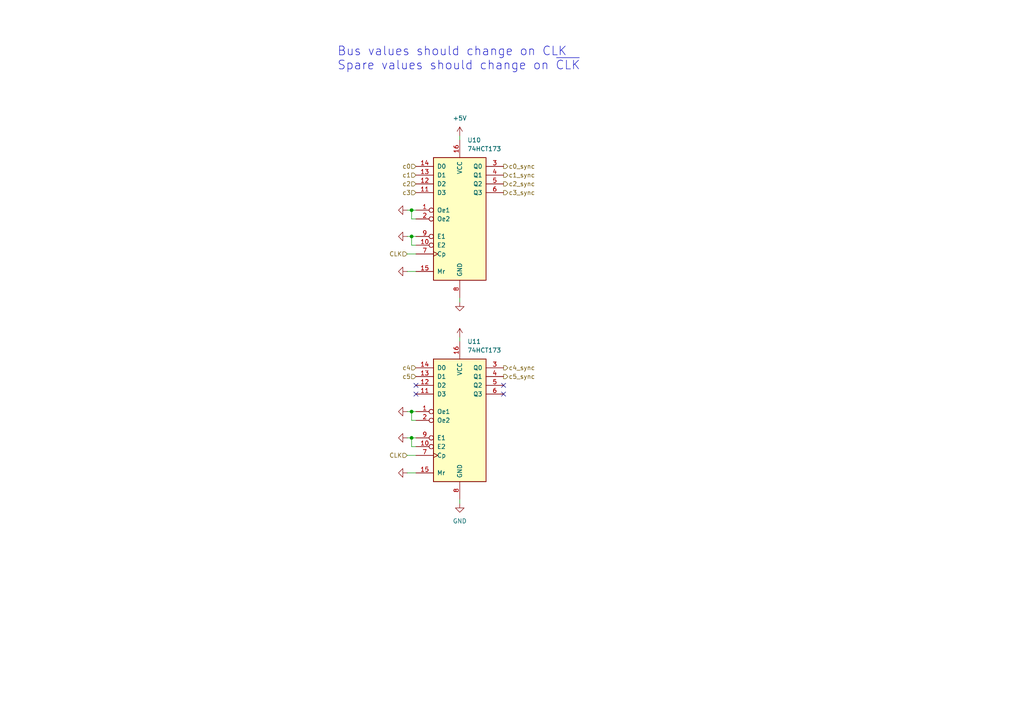
<source format=kicad_sch>
(kicad_sch (version 20231120) (generator "eeschema") (generator_version "8.0")
  (paper "A4")
  (lib_symbols
    (symbol "74xx:74HCT173" (pin_names (offset 1.016))
      (property "Reference" "U" (at -7.62 19.05 0))
      (property "Value" "74HCT173" (at -7.62 -19.05 0))
      (symbol "74HCT173_1_0"
        (pin input inverted (at -12.7 2.54 0) (length 5.08) (name "Oe1") (number "1"))
        (pin input inverted (at -12.7 -7.62 0) (length 5.08) (name "E2") (number "10"))
        (pin input line (at -12.7 7.62 0) (length 5.08) (name "D3") (number "11"))
        (pin input line (at -12.7 10.16 0) (length 5.08) (name "D2") (number "12"))
        (pin input line (at -12.7 12.7 0) (length 5.08) (name "D1") (number "13"))
        (pin input line (at -12.7 15.24 0) (length 5.08) (name "D0") (number "14"))
        (pin input line (at -12.7 -15.24 0) (length 5.08) (name "Mr") (number "15"))
        (pin power_in line (at 0 22.86 270) (length 5.08) (name "VCC") (number "16"))
        (pin input inverted (at -12.7 0 0) (length 5.08) (name "Oe2") (number "2"))
        (pin tri_state line (at 12.7 15.24 180) (length 5.08) (name "Q0") (number "3"))
        (pin tri_state line (at 12.7 12.7 180) (length 5.08) (name "Q1") (number "4"))
        (pin tri_state line (at 12.7 10.16 180) (length 5.08) (name "Q2") (number "5"))
        (pin tri_state line (at 12.7 7.62 180) (length 5.08) (name "Q3") (number "6"))
        (pin input clock (at -12.7 -10.16 0) (length 5.08) (name "Cp") (number "7"))
        (pin power_in line (at 0 -22.86 90) (length 5.08) (name "GND") (number "8"))
        (pin input inverted (at -12.7 -5.08 0) (length 5.08) (name "E1") (number "9"))
      )
      (symbol "74HCT173_1_1"
        (rectangle (start -7.62 17.78) (end 7.62 -17.78) (stroke (width 0.254)) (fill (type background)))
      )
    )
    (symbol "power:+5V" (power) (pin_numbers hide) (pin_names (offset 0) hide)
      (property "Value" "+5V" (at 0 3.556 0))
      (symbol "+5V_0_1"
        (polyline (pts (xy -0.762 1.27) (xy 0 2.54)))
        (polyline (pts (xy 0 0) (xy 0 2.54)))
        (polyline (pts (xy 0 2.54) (xy 0.762 1.27)))
      )
      (symbol "+5V_1_1"
        (pin power_in line (at 0 0 90) (length 0) (name "~") (number "1"))
      )
    )
    (symbol "power:GND" (power) (pin_numbers hide) (pin_names (offset 0) hide)
      (property "Value" "GND" (at 0 -3.81 0))
      (symbol "GND_0_1"
        (polyline (pts (xy 0 0) (xy 0 -1.27) (xy 1.27 -1.27) (xy 0 -2.54) (xy -1.27 -1.27) (xy 0 -1.27)))
      )
      (symbol "GND_1_1"
        (pin power_in line (at 0 0 270) (length 0) (name "~") (number "1"))
      )
    )
  )
  (junction (at 119.38 60.96))
  (junction (at 119.38 119.38))
  (junction (at 119.38 68.58))
  (junction (at 119.38 127))
  (no_connect (at 146.05 114.3))
  (no_connect (at 120.65 114.3))
  (no_connect (at 146.05 111.76))
  (no_connect (at 120.65 111.76))
  (wire (pts (xy 118.11 132.08) (xy 120.65 132.08)))
  (wire (pts (xy 118.11 78.74) (xy 120.65 78.74)))
  (wire (pts (xy 118.11 137.16) (xy 120.65 137.16)))
  (wire (pts (xy 119.38 63.5) (xy 119.38 60.96)))
  (wire (pts (xy 119.38 119.38) (xy 120.65 119.38)))
  (wire (pts (xy 133.35 86.36) (xy 133.35 87.63)))
  (wire (pts (xy 118.11 119.38) (xy 119.38 119.38)))
  (wire (pts (xy 118.11 73.66) (xy 120.65 73.66)))
  (wire (pts (xy 133.35 39.37) (xy 133.35 40.64)))
  (wire (pts (xy 120.65 71.12) (xy 119.38 71.12)))
  (wire (pts (xy 119.38 121.92) (xy 119.38 119.38)))
  (wire (pts (xy 120.65 121.92) (xy 119.38 121.92)))
  (wire (pts (xy 119.38 127) (xy 120.65 127)))
  (wire (pts (xy 119.38 68.58) (xy 119.38 71.12)))
  (wire (pts (xy 120.65 63.5) (xy 119.38 63.5)))
  (wire (pts (xy 118.11 60.96) (xy 119.38 60.96)))
  (wire (pts (xy 133.35 97.79) (xy 133.35 99.06)))
  (wire (pts (xy 118.11 127) (xy 119.38 127)))
  (wire (pts (xy 119.38 68.58) (xy 120.65 68.58)))
  (wire (pts (xy 118.11 68.58) (xy 119.38 68.58)))
  (wire (pts (xy 119.38 60.96) (xy 120.65 60.96)))
  (wire (pts (xy 133.35 144.78) (xy 133.35 146.05)))
  (wire (pts (xy 119.38 127) (xy 119.38 129.54)))
  (wire (pts (xy 120.65 129.54) (xy 119.38 129.54)))
  (text "Bus values should change on CLK\nSpare values should change on ~{CLK}" (at 97.79 17.018 0) (effects (font (size 2.54 2.54)) (justify left)))
  (hierarchical_label "c1_sync" (shape output) (at 146.05 50.8 0))
  (hierarchical_label "c2" (shape input) (at 120.65 53.34 180))
  (hierarchical_label "c2_sync" (shape output) (at 146.05 53.34 0))
  (hierarchical_label "c4_sync" (shape output) (at 146.05 106.68 0))
  (hierarchical_label "c3_sync" (shape output) (at 146.05 55.88 0))
  (hierarchical_label "c1" (shape input) (at 120.65 50.8 180))
  (hierarchical_label "c0" (shape input) (at 120.65 48.26 180))
  (hierarchical_label "c3" (shape input) (at 120.65 55.88 180))
  (hierarchical_label "c5" (shape input) (at 120.65 109.22 180))
  (hierarchical_label "c4" (shape input) (at 120.65 106.68 180))
  (hierarchical_label "c0_sync" (shape output) (at 146.05 48.26 0))
  (hierarchical_label "c5_sync" (shape output) (at 146.05 109.22 0))
  (hierarchical_label "CLK" (shape input) (at 118.11 73.66 180))
  (hierarchical_label "CLK" (shape input) (at 118.11 132.08 180))
  (symbol (lib_id "power:+5V") (at 133.35 39.37 0) (unit 1)
    (property "Reference" "#PWR052" (effects (hide yes)))
    (property "Value" "+5V" (at 133.35 34.29 0))
    (property "Description" "Power symbol creates a global label with name \"+5V\"" (effects (hide yes)))
  )
  (symbol (lib_id "power:GND") (at 118.11 137.16 270) (unit 1)
    (property "Reference" "#PWR051" (effects (hide yes)))
    (property "Value" "GND" (effects (hide yes)))
    (property "Description" "Power symbol creates a global label with name \"GND\" , ground" (effects (hide yes)))
  )
  (symbol (lib_id "power:GND") (at 118.11 60.96 270) (unit 1)
    (property "Reference" "#PWR046" (effects (hide yes)))
    (property "Value" "GND" (effects (hide yes)))
    (property "Description" "Power symbol creates a global label with name \"GND\" , ground" (effects (hide yes)))
  )
  (symbol (lib_id "74xx:74HCT173") (at 133.35 121.92 0) (unit 1)
    (property "Reference" "U11" (at 135.5441 99.06 0) (effects (justify left)))
    (property "Value" "74HCT173" (at 135.5441 101.6 0) (effects (justify left)))
    (property "Datasheet" "https://www.ti.com/lit/ds/symlink/cd74hc173.pdf" (effects (hide yes)))
    (property "Description" "4-bit D-type Register, 3 state out" (effects (hide yes)))
  )
  (symbol (lib_id "power:GND") (at 118.11 78.74 270) (unit 1)
    (property "Reference" "#PWR048" (effects (hide yes)))
    (property "Value" "GND" (effects (hide yes)))
    (property "Description" "Power symbol creates a global label with name \"GND\" , ground" (effects (hide yes)))
  )
  (symbol (lib_id "power:GND") (at 118.11 127 270) (unit 1)
    (property "Reference" "#PWR050" (effects (hide yes)))
    (property "Value" "GND" (effects (hide yes)))
    (property "Description" "Power symbol creates a global label with name \"GND\" , ground" (effects (hide yes)))
  )
  (symbol (lib_id "74xx:74HCT173") (at 133.35 63.5 0) (unit 1)
    (property "Reference" "U10" (at 135.5441 40.64 0) (effects (justify left)))
    (property "Value" "74HCT173" (at 135.5441 43.18 0) (effects (justify left)))
    (property "Datasheet" "https://www.ti.com/lit/ds/symlink/cd74hc173.pdf" (effects (hide yes)))
    (property "Description" "4-bit D-type Register, 3 state out" (effects (hide yes)))
  )
  (symbol (lib_id "power:GND") (at 118.11 119.38 270) (unit 1)
    (property "Reference" "#PWR049" (effects (hide yes)))
    (property "Value" "GND" (effects (hide yes)))
    (property "Description" "Power symbol creates a global label with name \"GND\" , ground" (effects (hide yes)))
  )
  (symbol (lib_id "power:GND") (at 133.35 146.05 0) (unit 1)
    (property "Reference" "#PWR055" (effects (hide yes)))
    (property "Value" "GND" (at 133.35 151.13 0))
    (property "Description" "Power symbol creates a global label with name \"GND\" , ground" (effects (hide yes)))
  )
  (symbol (lib_id "power:+5V") (at 133.35 97.79 0) (unit 1)
    (property "Reference" "#PWR054" (effects (hide yes)))
    (property "Value" "+5V" (effects (hide yes)))
    (property "Description" "Power symbol creates a global label with name \"+5V\"" (effects (hide yes)))
  )
  (symbol (lib_id "power:GND") (at 133.35 87.63 0) (unit 1)
    (property "Reference" "#PWR053" (effects (hide yes)))
    (property "Value" "GND" (effects (hide yes)))
    (property "Description" "Power symbol creates a global label with name \"GND\" , ground" (effects (hide yes)))
  )
  (symbol (lib_id "power:GND") (at 118.11 68.58 270) (unit 1)
    (property "Reference" "#PWR047" (effects (hide yes)))
    (property "Value" "GND" (effects (hide yes)))
    (property "Description" "Power symbol creates a global label with name \"GND\" , ground" (effects (hide yes)))
  )
)
</source>
